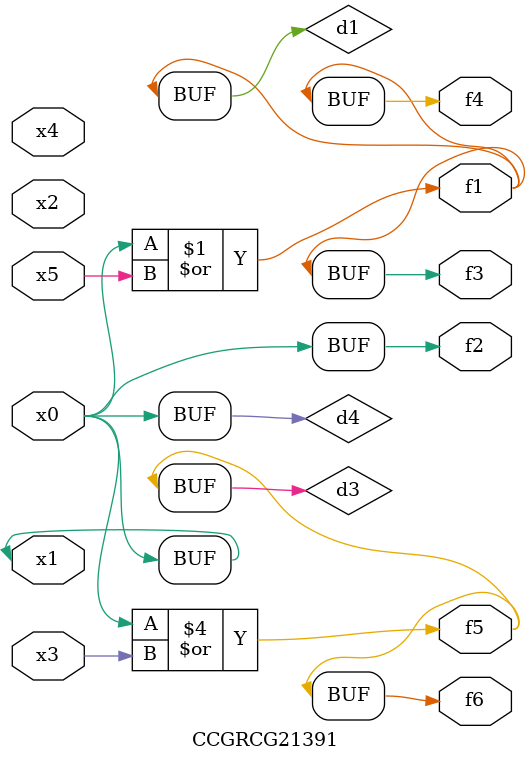
<source format=v>
module CCGRCG21391(
	input x0, x1, x2, x3, x4, x5,
	output f1, f2, f3, f4, f5, f6
);

	wire d1, d2, d3, d4;

	or (d1, x0, x5);
	xnor (d2, x1, x4);
	or (d3, x0, x3);
	buf (d4, x0, x1);
	assign f1 = d1;
	assign f2 = d4;
	assign f3 = d1;
	assign f4 = d1;
	assign f5 = d3;
	assign f6 = d3;
endmodule

</source>
